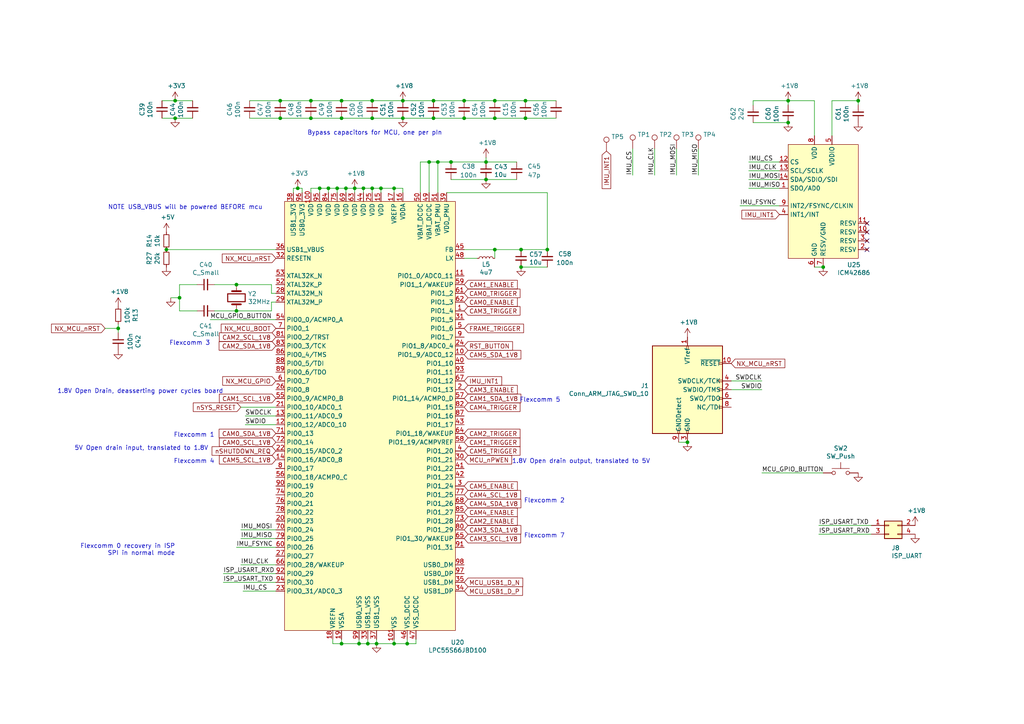
<source format=kicad_sch>
(kicad_sch (version 20200512) (host eeschema "5.99.0-unknown-c8476d6~101~ubuntu18.04.1")
  (page 1 6)
  (paper "A4")
  (lib_symbols
    (symbol "Connector:Conn_ARM_JTAG_SWD_10"
      (property "Reference" "J" (at -2.54 16.51 0))
      (property "Value" "Conn_ARM_JTAG_SWD_10" (at -2.54 13.97 0))
      (symbol "Conn_ARM_JTAG_SWD_10_0_1"
        (rectangle (start -10.16 12.7) (end 10.16 -12.7) (stroke (width 0.254)) (fill (type background)))
        (rectangle (start -2.794 -12.7) (end -2.286 -11.684))
        (rectangle (start -0.254 -12.7) (end 0.254 -11.684))
        (rectangle (start -0.254 12.7) (end 0.254 11.684))
        (rectangle (start 9.144 2.286) (end 10.16 2.794))
        (rectangle (start 10.16 -2.794) (end 9.144 -2.286))
        (rectangle (start 10.16 -0.254) (end 9.144 0.254))
        (rectangle (start 10.16 7.874) (end 9.144 7.366))
      )
      (symbol "Conn_ARM_JTAG_SWD_10_1_1"
        (rectangle (start 9.144 -5.334) (end 10.16 -4.826))
        (pin power_in line (at 0 15.24 270) (length 2.54) (name "VTref") (number "1"))
        (pin open_collector line (at 12.7 7.62 180) (length 2.54) (name "~RESET~") (number "10"))
        (pin bidirectional line (at 12.7 0 180) (length 2.54) (name "SWDIO/TMS") (number "2"))
        (pin power_in line (at 0 -15.24 90) (length 2.54) (name "GND") (number "3"))
        (pin output line (at 12.7 2.54 180) (length 2.54) (name "SWDCLK/TCK") (number "4"))
        (pin passive line (at 0 -15.24 90) (length 2.54) (name "GND") (number "5") hide)
        (pin input line (at 12.7 -2.54 180) (length 2.54) (name "SWO/TDO") (number "6"))
        (pin unconnected line (at -10.16 0 0) (length 2.54) (name "KEY") (number "7") hide)
        (pin output line (at 12.7 -5.08 180) (length 2.54) (name "NC/TDI") (number "8"))
        (pin passive line (at -2.54 -15.24 90) (length 2.54) (name "GNDDetect") (number "9"))
      )
    )
    (symbol "Connector:TestPoint" (pin_numbers hide) (pin_names (offset 0.762) hide)
      (property "Reference" "TP" (at 0 6.858 0))
      (property "Value" "TestPoint" (at 0 5.08 0))
      (symbol "TestPoint_0_1"
        (circle (center 0 3.302) (radius 0.762))
      )
      (symbol "TestPoint_1_1"
        (pin passive line (at 0 0 90) (length 2.54) (name "1") (number "1"))
      )
    )
    (symbol "Connector_Generic:Conn_02x02_Odd_Even" (pin_names hide)
      (property "Reference" "J" (at 1.27 2.54 0))
      (property "Value" "Conn_02x02_Odd_Even" (at 1.27 -5.08 0))
      (symbol "Conn_02x02_Odd_Even_1_1"
        (rectangle (start -1.27 -2.413) (end 0 -2.667))
        (rectangle (start -1.27 0.127) (end 0 -0.127))
        (rectangle (start -1.27 1.27) (end 3.81 -3.81) (stroke (width 0.254)) (fill (type background)))
        (rectangle (start 3.81 -2.413) (end 2.54 -2.667))
        (rectangle (start 3.81 0.127) (end 2.54 -0.127))
        (pin passive line (at -5.08 0 0) (length 3.81) (name "Pin_1") (number "1"))
        (pin passive line (at 7.62 0 180) (length 3.81) (name "Pin_2") (number "2"))
        (pin passive line (at -5.08 -2.54 0) (length 3.81) (name "Pin_3") (number "3"))
        (pin passive line (at 7.62 -2.54 180) (length 3.81) (name "Pin_4") (number "4"))
      )
    )
    (symbol "Device:C_Small" (pin_numbers hide) (pin_names (offset 0.254) hide)
      (property "Reference" "C" (at 0.254 1.778 0))
      (property "Value" "C_Small" (at 0.254 -2.032 0))
      (symbol "C_Small_0_1"
        (polyline (pts (xy -1.524 -0.508) (xy 1.524 -0.508)) (stroke (width 0.3302)))
        (polyline (pts (xy -1.524 0.508) (xy 1.524 0.508)) (stroke (width 0.3048)))
      )
      (symbol "C_Small_1_1"
        (pin passive line (at 0 2.54 270) (length 2.032) (name "~") (number "1"))
        (pin passive line (at 0 -2.54 90) (length 2.032) (name "~") (number "2"))
      )
    )
    (symbol "Device:C_Small_1" (pin_numbers hide) (pin_names (offset 0.254) hide)
      (property "Reference" "C" (at 0.254 1.778 0))
      (property "Value" "C_Small" (at 0.254 -2.032 0))
      (symbol "C_Small_1_0_1"
        (polyline (pts (xy -1.524 -0.508) (xy 1.524 -0.508)) (stroke (width 0.3302)))
        (polyline (pts (xy -1.524 0.508) (xy 1.524 0.508)) (stroke (width 0.3048)))
      )
      (symbol "C_Small_1_1_1"
        (pin passive line (at 0 2.54 270) (length 2.032) (name "~") (number "1"))
        (pin passive line (at 0 -2.54 90) (length 2.032) (name "~") (number "2"))
      )
    )
    (symbol "Device:C_Small_2" (pin_numbers hide) (pin_names (offset 0.254) hide)
      (property "Reference" "C" (at 0.254 1.778 0))
      (property "Value" "C_Small" (at 0.254 -2.032 0))
      (symbol "C_Small_2_0_1"
        (polyline (pts (xy -1.524 -0.508) (xy 1.524 -0.508)) (stroke (width 0.3302)))
        (polyline (pts (xy -1.524 0.508) (xy 1.524 0.508)) (stroke (width 0.3048)))
      )
      (symbol "C_Small_2_1_1"
        (pin passive line (at 0 2.54 270) (length 2.032) (name "~") (number "1"))
        (pin passive line (at 0 -2.54 90) (length 2.032) (name "~") (number "2"))
      )
    )
    (symbol "Device:C_Small_3" (pin_numbers hide) (pin_names (offset 0.254) hide)
      (property "Reference" "C" (at 0.254 1.778 0))
      (property "Value" "C_Small" (at 0.254 -2.032 0))
      (symbol "C_Small_3_0_1"
        (polyline (pts (xy -1.524 -0.508) (xy 1.524 -0.508)) (stroke (width 0.3302)))
        (polyline (pts (xy -1.524 0.508) (xy 1.524 0.508)) (stroke (width 0.3048)))
      )
      (symbol "C_Small_3_1_1"
        (pin passive line (at 0 2.54 270) (length 2.032) (name "~") (number "1"))
        (pin passive line (at 0 -2.54 90) (length 2.032) (name "~") (number "2"))
      )
    )
    (symbol "Device:C_Small_4" (pin_numbers hide) (pin_names (offset 0.254) hide)
      (property "Reference" "C" (at 0.254 1.778 0))
      (property "Value" "C_Small" (at 0.254 -2.032 0))
      (symbol "C_Small_4_0_1"
        (polyline (pts (xy -1.524 -0.508) (xy 1.524 -0.508)) (stroke (width 0.3302)))
        (polyline (pts (xy -1.524 0.508) (xy 1.524 0.508)) (stroke (width 0.3048)))
      )
      (symbol "C_Small_4_1_1"
        (pin passive line (at 0 2.54 270) (length 2.032) (name "~") (number "1"))
        (pin passive line (at 0 -2.54 90) (length 2.032) (name "~") (number "2"))
      )
    )
    (symbol "Device:C_Small_5" (pin_numbers hide) (pin_names (offset 0.254) hide)
      (property "Reference" "C" (at 0.254 1.778 0))
      (property "Value" "C_Small" (at 0.254 -2.032 0))
      (symbol "C_Small_5_0_1"
        (polyline (pts (xy -1.524 -0.508) (xy 1.524 -0.508)) (stroke (width 0.3302)))
        (polyline (pts (xy -1.524 0.508) (xy 1.524 0.508)) (stroke (width 0.3048)))
      )
      (symbol "C_Small_5_1_1"
        (pin passive line (at 0 2.54 270) (length 2.032) (name "~") (number "1"))
        (pin passive line (at 0 -2.54 90) (length 2.032) (name "~") (number "2"))
      )
    )
    (symbol "Device:C_Small_6" (pin_numbers hide) (pin_names (offset 0.254) hide)
      (property "Reference" "C" (at 0.254 1.778 0))
      (property "Value" "C_Small" (at 0.254 -2.032 0))
      (symbol "C_Small_6_0_1"
        (polyline (pts (xy -1.524 -0.508) (xy 1.524 -0.508)) (stroke (width 0.3302)))
        (polyline (pts (xy -1.524 0.508) (xy 1.524 0.508)) (stroke (width 0.3048)))
      )
      (symbol "C_Small_6_1_1"
        (pin passive line (at 0 2.54 270) (length 2.032) (name "~") (number "1"))
        (pin passive line (at 0 -2.54 90) (length 2.032) (name "~") (number "2"))
      )
    )
    (symbol "Device:Crystal" (pin_numbers hide) (pin_names hide)
      (property "Reference" "Y" (at 0 3.81 0))
      (property "Value" "Crystal" (at 0 -3.81 0))
      (symbol "Crystal_0_1"
        (rectangle (start -1.143 2.54) (end 1.143 -2.54) (stroke (width 0.3048)))
        (polyline (pts (xy -2.54 0) (xy -1.905 0)))
        (polyline (pts (xy -1.905 -1.27) (xy -1.905 1.27)) (stroke (width 0.508)))
        (polyline (pts (xy 1.905 -1.27) (xy 1.905 1.27)) (stroke (width 0.508)))
        (polyline (pts (xy 2.54 0) (xy 1.905 0)))
      )
      (symbol "Crystal_1_1"
        (pin passive line (at -3.81 0 0) (length 1.27) (name "1") (number "1"))
        (pin passive line (at 3.81 0 180) (length 1.27) (name "2") (number "2"))
      )
    )
    (symbol "Device:L_Small" (pin_numbers hide) (pin_names (offset 0.254) hide)
      (property "Reference" "L" (at 0.762 1.016 0))
      (property "Value" "L_Small" (at 0.762 -1.016 0))
      (symbol "L_Small_0_1"
        (arc (start 0 -2.032) (end 0 -1.016) (radius (at 0 -1.524) (length 0.508) (angles -89.9 89.9)))
        (arc (start 0 -1.016) (end 0 0) (radius (at 0 -0.508) (length 0.508) (angles -89.9 89.9)))
        (arc (start 0 0) (end 0 1.016) (radius (at 0 0.508) (length 0.508) (angles -89.9 89.9)))
        (arc (start 0 1.016) (end 0 2.032) (radius (at 0 1.524) (length 0.508) (angles -89.9 89.9)))
      )
      (symbol "L_Small_1_1"
        (pin passive line (at 0 2.54 270) (length 0.508) (name "~") (number "1"))
        (pin passive line (at 0 -2.54 90) (length 0.508) (name "~") (number "2"))
      )
    )
    (symbol "Device:R_Small_1" (pin_numbers hide) (pin_names (offset 0.254) hide)
      (property "Reference" "R" (at 0.762 0.508 0))
      (property "Value" "R_Small" (at 0.762 -1.016 0))
      (symbol "R_Small_1_0_1"
        (rectangle (start -0.762 1.778) (end 0.762 -1.778) (stroke (width 0.2032)))
      )
      (symbol "R_Small_1_1_1"
        (pin passive line (at 0 2.54 270) (length 0.762) (name "~") (number "1"))
        (pin passive line (at 0 -2.54 90) (length 0.762) (name "~") (number "2"))
      )
    )
    (symbol "Device:R_Small_2" (pin_numbers hide) (pin_names (offset 0.254) hide)
      (property "Reference" "R" (at 0.762 0.508 0))
      (property "Value" "R_Small" (at 0.762 -1.016 0))
      (symbol "R_Small_2_0_1"
        (rectangle (start -0.762 1.778) (end 0.762 -1.778) (stroke (width 0.2032)))
      )
      (symbol "R_Small_2_1_1"
        (pin passive line (at 0 2.54 270) (length 0.762) (name "~") (number "1"))
        (pin passive line (at 0 -2.54 90) (length 0.762) (name "~") (number "2"))
      )
    )
    (symbol "Device:R_Small_3" (pin_numbers hide) (pin_names (offset 0.254) hide)
      (property "Reference" "R" (at 0.762 0.508 0))
      (property "Value" "R_Small" (at 0.762 -1.016 0))
      (symbol "R_Small_3_0_1"
        (rectangle (start -0.762 1.778) (end 0.762 -1.778) (stroke (width 0.2032)))
      )
      (symbol "R_Small_3_1_1"
        (pin passive line (at 0 2.54 270) (length 0.762) (name "~") (number "1"))
        (pin passive line (at 0 -2.54 90) (length 0.762) (name "~") (number "2"))
      )
    )
    (symbol "IMU:ICM42686"
      (property "Reference" "U" (at 7.62 -20.32 0))
      (property "Value" "ICM42686" (at 7.62 -22.86 0))
      (symbol "ICM42686_0_1"
        (rectangle (start -10.16 15.24) (end 10.16 -17.78) (fill (type background)))
      )
      (symbol "ICM42686_1_1"
        (pin output line (at -12.7 2.54 0) (length 2.54) (name "SDO/AD0") (number "1"))
        (pin unconnected line (at 12.7 -10.16 180) (length 2.54) (name "RESV") (number "10"))
        (pin unconnected line (at 12.7 -7.62 180) (length 2.54) (name "RESV") (number "11"))
        (pin input line (at -12.7 10.16 0) (length 2.54) (name "CS") (number "12"))
        (pin input line (at -12.7 7.62 0) (length 2.54) (name "SCL/SCLK") (number "13"))
        (pin bidirectional line (at -12.7 5.08 0) (length 2.54) (name "SDA/SDIO/SDI") (number "14"))
        (pin unconnected line (at 12.7 -15.24 180) (length 2.54) (name "RESV") (number "2"))
        (pin unconnected line (at 12.7 -12.7 180) (length 2.54) (name "RESV") (number "3"))
        (pin output line (at -12.7 -5.08 0) (length 2.54) (name "INT1/INT") (number "4"))
        (pin power_in line (at 2.54 17.78 270) (length 2.54) (name "VDDIO") (number "5"))
        (pin power_in line (at -2.54 -20.32 90) (length 2.54) (name "GND") (number "6"))
        (pin input line (at 0 -20.32 90) (length 2.54) (name "RESV/GND") (number "7"))
        (pin power_in line (at -2.54 17.78 270) (length 2.54) (name "VDD") (number "8"))
        (pin bidirectional line (at -12.7 -2.54 0) (length 2.54) (name "INT2/FSYNC/CLKIN") (number "9"))
      )
    )
    (symbol "Switch:SW_Push" (pin_numbers hide) (pin_names hide)
      (property "Reference" "SW" (at 1.27 2.54 0))
      (property "Value" "SW_Push" (at 0 -1.524 0))
      (symbol "SW_Push_0_1"
        (circle (center -2.032 0) (radius 0.508))
        (circle (center 2.032 0) (radius 0.508))
        (polyline (pts (xy 0 1.27) (xy 0 3.048)))
        (polyline (pts (xy 2.54 1.27) (xy -2.54 1.27)))
        (pin passive line (at -5.08 0 0) (length 2.54) (name "1") (number "1"))
        (pin passive line (at 5.08 0 180) (length 2.54) (name "2") (number "2"))
      )
    )
    (symbol "mcu_nxp:LPC55S66JBD100_1"
      (property "Reference" "U" (at 27.94 -66.04 0))
      (property "Value" "LPC55S66JBD100" (at 27.94 -66.04 0))
      (symbol "LPC55S66JBD100_1_0_1"
        (rectangle (start -24.13 62.23) (end 25.4 -62.23) (fill (type background)))
      )
      (symbol "LPC55S66JBD100_1_1_1"
        (pin input line (at 27.94 30.48 180) (length 2.54) (name "PIO1_4") (number "1"))
        (pin input line (at 27.94 17.78 180) (length 2.54) (name "PIO1_9/ADC0_12") (number "10"))
        (pin power_in line (at -16.51 64.77 270) (length 2.54) (name "VDD") (number "100"))
        (pin power_in line (at 7.62 -64.77 90) (length 2.54) (name "VSS") (number "101"))
        (pin input line (at 27.94 40.64 180) (length 2.54) (name "PIO1_0/ADC0_11") (number "11"))
        (pin input line (at -26.67 -2.54 0) (length 2.54) (name "PIO0_12/ADC0_10") (number "12"))
        (pin input line (at -26.67 0 0) (length 2.54) (name "PIO0_11/ADC0_9") (number "13"))
        (pin input line (at -26.67 -12.7 0) (length 2.54) (name "PIO0_16/ADC0_8") (number "14"))
        (pin power_in line (at 3.81 64.77 270) (length 2.54) (name "VDD") (number "15"))
        (pin power_in line (at 10.16 64.77 270) (length 2.54) (name "VDDA") (number "16"))
        (pin power_in line (at 7.62 64.77 270) (length 2.54) (name "VREFP") (number "17"))
        (pin power_in line (at -10.16 -64.77 90) (length 2.54) (name "VREFN") (number "18"))
        (pin power_in line (at -7.62 -64.77 90) (length 2.54) (name "VSSA") (number "19"))
        (pin input line (at 27.94 7.62 180) (length 2.54) (name "PIO1_13") (number "2"))
        (pin input line (at -26.67 -30.48 0) (length 2.54) (name "PIO0_23") (number "20"))
        (pin input line (at -26.67 2.54 0) (length 2.54) (name "PIO0_10/ADC0_1") (number "21"))
        (pin input line (at -26.67 -10.16 0) (length 2.54) (name "PIO0_15/ADC0_2") (number "22"))
        (pin input line (at -26.67 -50.8 0) (length 2.54) (name "PIO0_31/ADC0_3") (number "23"))
        (pin input line (at 27.94 20.32 180) (length 2.54) (name "PIO1_8/ADC0_4") (number "24"))
        (pin power_in line (at 1.27 64.77 270) (length 2.54) (name "VDD") (number "25"))
        (pin input line (at -26.67 7.62 0) (length 2.54) (name "PIO0_8") (number "26"))
        (pin input line (at -26.67 -40.64 0) (length 2.54) (name "PIO0_27") (number "27"))
        (pin input line (at -26.67 35.56 0) (length 2.54) (name "XTAL32M_N") (number "28"))
        (pin input line (at -26.67 33.02 0) (length 2.54) (name "XTAL32M_P") (number "29"))
        (pin input line (at 27.94 -20.32 180) (length 2.54) (name "PIO1_24") (number "3"))
        (pin input line (at 27.94 -12.7 180) (length 2.54) (name "PIO1_21") (number "30"))
        (pin input line (at 27.94 27.94 180) (length 2.54) (name "PIO1_5") (number "31"))
        (pin input line (at -26.67 45.72 0) (length 2.54) (name "RESETN") (number "32"))
        (pin power_in line (at 0 -64.77 90) (length 2.54) (name "USB1_VSS") (number "33"))
        (pin input line (at 27.94 -50.8 180) (length 2.54) (name "USB1_DP") (number "34"))
        (pin input line (at 27.94 -48.26 180) (length 2.54) (name "USB1_DM") (number "35"))
        (pin input line (at -26.67 48.26 0) (length 2.54) (name "USB1_VBUS") (number "36"))
        (pin power_in line (at 2.54 -64.77 90) (length 2.54) (name "USB1_VSS") (number "37"))
        (pin power_in line (at -21.59 64.77 270) (length 2.54) (name "USB1_3V3") (number "38"))
        (pin power_in line (at 22.86 64.77 270) (length 2.54) (name "VDD_PMU") (number "39"))
        (pin input line (at 27.94 -10.16 180) (length 2.54) (name "PIO1_20") (number "4"))
        (pin input line (at 27.94 15.24 180) (length 2.54) (name "PIO1_10") (number "40"))
        (pin input line (at 27.94 -15.24 180) (length 2.54) (name "PIO1_22") (number "41"))
        (pin input line (at 27.94 -17.78 180) (length 2.54) (name "PIO1_23") (number "42"))
        (pin input line (at 27.94 -2.54 180) (length 2.54) (name "PIO1_17") (number "43"))
        (pin power_in line (at -1.27 64.77 270) (length 2.54) (name "VDD") (number "44"))
        (pin input line (at 27.94 48.26 180) (length 2.54) (name "FB") (number "45"))
        (pin power_in line (at 11.43 -64.77 90) (length 2.54) (name "VSS_DCDC") (number "46"))
        (pin power_in line (at 13.97 -64.77 90) (length 2.54) (name "VSS_DCDC") (number "47"))
        (pin input line (at 27.94 45.72 180) (length 2.54) (name "LX") (number "48"))
        (pin power_in line (at 17.78 64.77 270) (length 2.54) (name "VBAT_DCDC") (number "49"))
        (pin input line (at 27.94 25.4 180) (length 2.54) (name "PIO1_6") (number "5"))
        (pin power_in line (at 15.24 64.77 270) (length 2.54) (name "VBAT_DCDC") (number "50"))
        (pin power_in line (at 20.32 64.77 270) (length 2.54) (name "VBAT_PMU") (number "51"))
        (pin input line (at -26.67 38.1 0) (length 2.54) (name "XTAL32K_P") (number "52"))
        (pin input line (at -26.67 40.64 0) (length 2.54) (name "XTAL32K_N") (number "53"))
        (pin input line (at -26.67 27.94 0) (length 2.54) (name "PIO0_0/ACMP0_A") (number "54"))
        (pin input line (at -26.67 5.08 0) (length 2.54) (name "PIO0_9/ACMP0_B") (number "55"))
        (pin input line (at -26.67 -17.78 0) (length 2.54) (name "PIO0_18/ACMP0_C") (number "56"))
        (pin input line (at 27.94 5.08 180) (length 2.54) (name "PIO1_14/ACMP0_D") (number "57"))
        (pin input line (at 27.94 -7.62 180) (length 2.54) (name "PIO1_19/ACMPVREF") (number "58"))
        (pin input line (at 27.94 38.1 180) (length 2.54) (name "PIO1_1/WAKEUP") (number "59"))
        (pin input line (at -26.67 10.16 0) (length 2.54) (name "PIO0_7") (number "6"))
        (pin input line (at -26.67 -38.1 0) (length 2.54) (name "PIO0_26") (number "60"))
        (pin input line (at 27.94 35.56 180) (length 2.54) (name "PIO1_2") (number "61"))
        (pin input line (at 27.94 33.02 180) (length 2.54) (name "PIO1_3") (number "62"))
        (pin power_in line (at -3.81 64.77 270) (length 2.54) (name "VDD") (number "63"))
        (pin input line (at 27.94 -5.08 180) (length 2.54) (name "PIO1_18/WAKEUP") (number "64"))
        (pin input line (at 27.94 -35.56 180) (length 2.54) (name "PIO1_30/WAKEUP") (number "65"))
        (pin input line (at -26.67 -43.18 0) (length 2.54) (name "PIO0_28/WAKEUP") (number "66"))
        (pin input line (at 27.94 10.16 180) (length 2.54) (name "PIO1_12") (number "67"))
        (pin input line (at 27.94 -25.4 180) (length 2.54) (name "PIO1_26") (number "68"))
        (pin power_in line (at -6.35 64.77 270) (length 2.54) (name "VDD") (number "69"))
        (pin input line (at -26.67 25.4 0) (length 2.54) (name "PIO0_1") (number "7"))
        (pin input line (at -26.67 -33.02 0) (length 2.54) (name "PIO0_24") (number "70"))
        (pin input line (at -26.67 -5.08 0) (length 2.54) (name "PIO0_13") (number "71"))
        (pin input line (at -26.67 -7.62 0) (length 2.54) (name "PIO0_14") (number "72"))
        (pin input line (at 27.94 -30.48 180) (length 2.54) (name "PIO1_28") (number "73"))
        (pin input line (at -26.67 -22.86 0) (length 2.54) (name "PIO0_20") (number "74"))
        (pin power_in line (at -8.89 64.77 270) (length 2.54) (name "VDD") (number "75"))
        (pin input line (at -26.67 -25.4 0) (length 2.54) (name "PIO0_21") (number "76"))
        (pin input line (at 27.94 -22.86 180) (length 2.54) (name "PIO1_25") (number "77"))
        (pin input line (at -26.67 -27.94 0) (length 2.54) (name "PIO0_22") (number "78"))
        (pin input line (at -26.67 -35.56 0) (length 2.54) (name "PIO0_25") (number "79"))
        (pin input line (at -26.67 -15.24 0) (length 2.54) (name "PIO0_17") (number "8"))
        (pin input line (at 27.94 -33.02 180) (length 2.54) (name "PIO1_29") (number "80"))
        (pin input line (at -26.67 22.86 0) (length 2.54) (name "PIO0_2/TRST") (number "81"))
        (pin input line (at 27.94 2.54 180) (length 2.54) (name "PIO1_15") (number "82"))
        (pin input line (at -26.67 20.32 0) (length 2.54) (name "PIO0_3/TCK") (number "83"))
        (pin power_in line (at -11.43 64.77 270) (length 2.54) (name "VDD") (number "84"))
        (pin input line (at 27.94 -27.94 180) (length 2.54) (name "PIO1_27") (number "85"))
        (pin input line (at -26.67 17.78 0) (length 2.54) (name "PIO0_4/TMS") (number "86"))
        (pin input line (at 27.94 0 180) (length 2.54) (name "PIO1_16") (number "87"))
        (pin input line (at -26.67 15.24 0) (length 2.54) (name "PIO0_5/TDI") (number "88"))
        (pin input line (at -26.67 12.7 0) (length 2.54) (name "PIO0_6/TDO") (number "89"))
        (pin input line (at 27.94 22.86 180) (length 2.54) (name "PIO1_7") (number "9"))
        (pin input line (at -26.67 -20.32 0) (length 2.54) (name "PIO0_19") (number "90"))
        (pin input line (at 27.94 -38.1 180) (length 2.54) (name "PIO1_31") (number "91"))
        (pin input line (at -26.67 -45.72 0) (length 2.54) (name "PIO0_29") (number "92"))
        (pin input line (at 27.94 12.7 180) (length 2.54) (name "PIO1_11") (number "93"))
        (pin input line (at -26.67 -48.26 0) (length 2.54) (name "PIO0_30") (number "94"))
        (pin power_in line (at -13.97 64.77 270) (length 2.54) (name "VDD") (number "95"))
        (pin power_in line (at -19.05 64.77 270) (length 2.54) (name "USB0_3V3") (number "96"))
        (pin input line (at 27.94 -45.72 180) (length 2.54) (name "USB0_DP") (number "97"))
        (pin input line (at 27.94 -43.18 180) (length 2.54) (name "USB0_DM") (number "98"))
        (pin power_in line (at -2.54 -64.77 90) (length 2.54) (name "USB0_VSS") (number "99"))
      )
    )
    (symbol "power:+1V8" (power) (pin_names (offset 0))
      (property "Value" "+1V8" (at 0 3.556 0))
      (symbol "+1V8_0_1"
        (polyline (pts (xy -0.762 1.27) (xy 0 2.54)))
        (polyline (pts (xy 0 0) (xy 0 2.54)))
        (polyline (pts (xy 0 2.54) (xy 0.762 1.27)))
      )
      (symbol "+1V8_1_1"
        (pin power_in line (at 0 0 90) (length 0) (name "+1V8") (number "1") hide)
      )
    )
    (symbol "power:+3.3V" (power) (pin_names (offset 0))
      (property "Value" "+3.3V" (at 0 3.556 0))
      (symbol "+3.3V_0_1"
        (polyline (pts (xy -0.762 1.27) (xy 0 2.54)))
        (polyline (pts (xy 0 0) (xy 0 2.54)))
        (polyline (pts (xy 0 2.54) (xy 0.762 1.27)))
      )
      (symbol "+3.3V_1_1"
        (pin power_in line (at 0 0 90) (length 0) (name "+3V3") (number "1") hide)
      )
    )
    (symbol "power:+3V3" (power) (pin_names (offset 0))
      (property "Value" "+3V3" (at 0 3.556 0))
      (symbol "+3V3_0_1"
        (polyline (pts (xy -0.762 1.27) (xy 0 2.54)))
        (polyline (pts (xy 0 0) (xy 0 2.54)))
        (polyline (pts (xy 0 2.54) (xy 0.762 1.27)))
      )
      (symbol "+3V3_1_1"
        (pin power_in line (at 0 0 90) (length 0) (name "+3V3") (number "1") hide)
      )
    )
    (symbol "power:+5V" (power) (pin_names (offset 0))
      (property "Value" "+5V" (at 0 3.556 0))
      (symbol "+5V_0_1"
        (polyline (pts (xy -0.762 1.27) (xy 0 2.54)))
        (polyline (pts (xy 0 0) (xy 0 2.54)))
        (polyline (pts (xy 0 2.54) (xy 0.762 1.27)))
      )
      (symbol "+5V_1_1"
        (pin power_in line (at 0 0 90) (length 0) (name "+5V") (number "1") hide)
      )
    )
    (symbol "power:GND" (power) (pin_names (offset 0))
      (property "Value" "GND" (at 0 -3.81 0))
      (symbol "GND_0_1"
        (polyline (pts (xy 0 0) (xy 0 -1.27) (xy 1.27 -1.27) (xy 0 -2.54) (xy -1.27 -1.27) (xy 0 -1.27)))
      )
      (symbol "GND_1_1"
        (pin power_in line (at 0 0 270) (length 0) (name "GND") (number "1") hide)
      )
    )
  )
  (junction (at 34.29 95.25))
  (junction (at 48.26 72.39))
  (junction (at 50.8 29.21))
  (junction (at 50.8 34.29))
  (junction (at 52.07 86.36))
  (junction (at 68.58 82.55))
  (junction (at 68.58 90.17))
  (junction (at 81.28 29.21))
  (junction (at 81.28 34.29))
  (junction (at 86.36 54.61))
  (junction (at 90.17 29.21))
  (junction (at 90.17 34.29))
  (junction (at 92.71 54.61))
  (junction (at 95.25 54.61))
  (junction (at 97.79 54.61))
  (junction (at 99.06 29.21))
  (junction (at 99.06 34.29))
  (junction (at 99.06 186.69))
  (junction (at 100.33 54.61))
  (junction (at 102.87 54.61))
  (junction (at 104.14 186.69))
  (junction (at 105.41 54.61))
  (junction (at 106.68 186.69))
  (junction (at 107.95 29.21))
  (junction (at 107.95 34.29))
  (junction (at 107.95 54.61))
  (junction (at 109.22 186.69))
  (junction (at 110.49 54.61))
  (junction (at 114.3 54.61))
  (junction (at 114.3 186.69))
  (junction (at 116.84 29.21))
  (junction (at 116.84 34.29))
  (junction (at 118.11 186.69))
  (junction (at 124.46 46.99))
  (junction (at 125.73 29.21))
  (junction (at 125.73 34.29))
  (junction (at 127 46.99))
  (junction (at 130.81 46.99))
  (junction (at 134.62 29.21))
  (junction (at 134.62 34.29))
  (junction (at 140.97 46.99))
  (junction (at 140.97 52.07))
  (junction (at 143.51 29.21))
  (junction (at 143.51 34.29))
  (junction (at 143.51 72.39))
  (junction (at 151.13 72.39))
  (junction (at 151.13 77.47))
  (junction (at 152.4 29.21))
  (junction (at 152.4 34.29))
  (junction (at 158.75 72.39))
  (junction (at 199.39 128.27))
  (junction (at 228.6 29.21))
  (junction (at 228.6 35.56))
  (junction (at 238.76 77.47))
  (junction (at 248.92 29.21))
  (no_connect (at 251.46 64.77))
  (no_connect (at 251.46 67.31))
  (no_connect (at 251.46 69.85))
  (no_connect (at 251.46 72.39))
  (wire (pts (xy 30.48 95.25) (xy 34.29 95.25)))
  (wire (pts (xy 34.29 95.25) (xy 34.29 93.98)))
  (wire (pts (xy 34.29 95.25) (xy 34.29 96.52)))
  (wire (pts (xy 46.99 29.21) (xy 50.8 29.21)))
  (wire (pts (xy 46.99 34.29) (xy 50.8 34.29)))
  (wire (pts (xy 48.26 72.39) (xy 80.01 72.39)))
  (wire (pts (xy 49.53 86.36) (xy 52.07 86.36)))
  (wire (pts (xy 50.8 29.21) (xy 55.88 29.21)))
  (wire (pts (xy 50.8 34.29) (xy 55.88 34.29)))
  (wire (pts (xy 52.07 82.55) (xy 52.07 86.36)))
  (wire (pts (xy 52.07 82.55) (xy 57.15 82.55)))
  (wire (pts (xy 52.07 86.36) (xy 52.07 90.17)))
  (wire (pts (xy 52.07 90.17) (xy 57.15 90.17)))
  (wire (pts (xy 60.96 92.71) (xy 80.01 92.71)))
  (wire (pts (xy 62.23 82.55) (xy 68.58 82.55)))
  (wire (pts (xy 62.23 90.17) (xy 68.58 90.17)))
  (wire (pts (xy 64.77 166.37) (xy 80.01 166.37)))
  (wire (pts (xy 64.77 168.91) (xy 80.01 168.91)))
  (wire (pts (xy 68.58 90.17) (xy 78.74 90.17)))
  (wire (pts (xy 68.58 158.75) (xy 80.01 158.75)))
  (wire (pts (xy 69.85 118.11) (xy 80.01 118.11)))
  (wire (pts (xy 69.85 153.67) (xy 80.01 153.67)))
  (wire (pts (xy 69.85 156.21) (xy 80.01 156.21)))
  (wire (pts (xy 69.85 163.83) (xy 80.01 163.83)))
  (wire (pts (xy 70.485 171.45) (xy 80.01 171.45)))
  (wire (pts (xy 71.12 120.65) (xy 80.01 120.65)))
  (wire (pts (xy 71.12 123.19) (xy 80.01 123.19)))
  (wire (pts (xy 72.39 29.21) (xy 81.28 29.21)))
  (wire (pts (xy 72.39 34.29) (xy 81.28 34.29)))
  (wire (pts (xy 78.74 82.55) (xy 68.58 82.55)))
  (wire (pts (xy 78.74 85.09) (xy 78.74 82.55)))
  (wire (pts (xy 78.74 87.63) (xy 78.74 90.17)))
  (wire (pts (xy 80.01 85.09) (xy 78.74 85.09)))
  (wire (pts (xy 80.01 87.63) (xy 78.74 87.63)))
  (wire (pts (xy 81.28 29.21) (xy 90.17 29.21)))
  (wire (pts (xy 81.28 34.29) (xy 90.17 34.29)))
  (wire (pts (xy 85.09 54.61) (xy 86.36 54.61)))
  (wire (pts (xy 85.09 55.88) (xy 85.09 54.61)))
  (wire (pts (xy 86.36 54.61) (xy 87.63 54.61)))
  (wire (pts (xy 87.63 55.88) (xy 87.63 54.61)))
  (wire (pts (xy 90.17 29.21) (xy 99.06 29.21)))
  (wire (pts (xy 90.17 34.29) (xy 99.06 34.29)))
  (wire (pts (xy 90.17 54.61) (xy 90.17 55.88)))
  (wire (pts (xy 90.17 54.61) (xy 92.71 54.61)))
  (wire (pts (xy 92.71 54.61) (xy 92.71 55.88)))
  (wire (pts (xy 92.71 54.61) (xy 95.25 54.61)))
  (wire (pts (xy 95.25 54.61) (xy 95.25 55.88)))
  (wire (pts (xy 95.25 54.61) (xy 97.79 54.61)))
  (wire (pts (xy 96.52 185.42) (xy 96.52 186.69)))
  (wire (pts (xy 96.52 186.69) (xy 99.06 186.69)))
  (wire (pts (xy 97.79 54.61) (xy 97.79 55.88)))
  (wire (pts (xy 97.79 54.61) (xy 100.33 54.61)))
  (wire (pts (xy 99.06 29.21) (xy 107.95 29.21)))
  (wire (pts (xy 99.06 34.29) (xy 107.95 34.29)))
  (wire (pts (xy 99.06 185.42) (xy 99.06 186.69)))
  (wire (pts (xy 100.33 54.61) (xy 100.33 55.88)))
  (wire (pts (xy 102.87 54.61) (xy 100.33 54.61)))
  (wire (pts (xy 102.87 55.88) (xy 102.87 54.61)))
  (wire (pts (xy 104.14 185.42) (xy 104.14 186.69)))
  (wire (pts (xy 104.14 186.69) (xy 99.06 186.69)))
  (wire (pts (xy 104.14 186.69) (xy 106.68 186.69)))
  (wire (pts (xy 105.41 54.61) (xy 102.87 54.61)))
  (wire (pts (xy 105.41 54.61) (xy 107.95 54.61)))
  (wire (pts (xy 105.41 55.88) (xy 105.41 54.61)))
  (wire (pts (xy 106.68 185.42) (xy 106.68 186.69)))
  (wire (pts (xy 106.68 186.69) (xy 109.22 186.69)))
  (wire (pts (xy 107.95 29.21) (xy 116.84 29.21)))
  (wire (pts (xy 107.95 34.29) (xy 116.84 34.29)))
  (wire (pts (xy 107.95 54.61) (xy 107.95 55.88)))
  (wire (pts (xy 109.22 185.42) (xy 109.22 186.69)))
  (wire (pts (xy 109.22 186.69) (xy 114.3 186.69)))
  (wire (pts (xy 110.49 54.61) (xy 107.95 54.61)))
  (wire (pts (xy 110.49 54.61) (xy 114.3 54.61)))
  (wire (pts (xy 110.49 55.88) (xy 110.49 54.61)))
  (wire (pts (xy 114.3 54.61) (xy 114.3 55.88)))
  (wire (pts (xy 114.3 54.61) (xy 116.84 54.61)))
  (wire (pts (xy 114.3 185.42) (xy 114.3 186.69)))
  (wire (pts (xy 114.3 186.69) (xy 118.11 186.69)))
  (wire (pts (xy 116.84 29.21) (xy 125.73 29.21)))
  (wire (pts (xy 116.84 34.29) (xy 125.73 34.29)))
  (wire (pts (xy 116.84 54.61) (xy 116.84 55.88)))
  (wire (pts (xy 118.11 185.42) (xy 118.11 186.69)))
  (wire (pts (xy 118.11 186.69) (xy 120.65 186.69)))
  (wire (pts (xy 120.65 186.69) (xy 120.65 185.42)))
  (wire (pts (xy 121.92 46.99) (xy 124.46 46.99)))
  (wire (pts (xy 121.92 55.88) (xy 121.92 46.99)))
  (wire (pts (xy 124.46 46.99) (xy 124.46 55.88)))
  (wire (pts (xy 124.46 46.99) (xy 127 46.99)))
  (wire (pts (xy 125.73 29.21) (xy 134.62 29.21)))
  (wire (pts (xy 125.73 34.29) (xy 134.62 34.29)))
  (wire (pts (xy 127 46.99) (xy 127 55.88)))
  (wire (pts (xy 127 46.99) (xy 130.81 46.99)))
  (wire (pts (xy 129.54 55.88) (xy 158.75 55.88)))
  (wire (pts (xy 130.81 46.99) (xy 140.97 46.99)))
  (wire (pts (xy 130.81 52.07) (xy 140.97 52.07)))
  (wire (pts (xy 134.62 29.21) (xy 143.51 29.21)))
  (wire (pts (xy 134.62 34.29) (xy 143.51 34.29)))
  (wire (pts (xy 134.62 72.39) (xy 143.51 72.39)))
  (wire (pts (xy 134.62 74.93) (xy 138.43 74.93)))
  (wire (pts (xy 140.97 45.72) (xy 140.97 46.99)))
  (wire (pts (xy 140.97 46.99) (xy 149.86 46.99)))
  (wire (pts (xy 140.97 52.07) (xy 149.86 52.07)))
  (wire (pts (xy 143.51 29.21) (xy 152.4 29.21)))
  (wire (pts (xy 143.51 34.29) (xy 152.4 34.29)))
  (wire (pts (xy 143.51 72.39) (xy 143.51 74.93)))
  (wire (pts (xy 143.51 72.39) (xy 151.13 72.39)))
  (wire (pts (xy 151.13 72.39) (xy 158.75 72.39)))
  (wire (pts (xy 151.13 77.47) (xy 158.75 77.47)))
  (wire (pts (xy 152.4 29.21) (xy 161.29 29.21)))
  (wire (pts (xy 152.4 34.29) (xy 161.29 34.29)))
  (wire (pts (xy 158.75 55.88) (xy 158.75 72.39)))
  (wire (pts (xy 183.515 43.18) (xy 183.515 50.8)))
  (wire (pts (xy 189.865 43.18) (xy 189.865 50.8)))
  (wire (pts (xy 196.215 43.18) (xy 196.215 50.8)))
  (wire (pts (xy 196.85 128.27) (xy 199.39 128.27)))
  (wire (pts (xy 202.565 43.18) (xy 202.565 50.8)))
  (wire (pts (xy 212.09 110.49) (xy 220.98 110.49)))
  (wire (pts (xy 212.09 113.03) (xy 220.98 113.03)))
  (wire (pts (xy 214.63 59.69) (xy 226.06 59.69)))
  (wire (pts (xy 217.17 46.99) (xy 226.06 46.99)))
  (wire (pts (xy 217.17 49.53) (xy 226.06 49.53)))
  (wire (pts (xy 217.17 52.07) (xy 226.06 52.07)))
  (wire (pts (xy 217.17 54.61) (xy 226.06 54.61)))
  (wire (pts (xy 218.44 29.21) (xy 218.44 30.48)))
  (wire (pts (xy 218.44 29.21) (xy 228.6 29.21)))
  (wire (pts (xy 218.44 35.56) (xy 228.6 35.56)))
  (wire (pts (xy 220.98 137.16) (xy 238.76 137.16)))
  (wire (pts (xy 228.6 29.21) (xy 228.6 30.48)))
  (wire (pts (xy 228.6 29.21) (xy 236.22 29.21)))
  (wire (pts (xy 236.22 29.21) (xy 236.22 39.37)))
  (wire (pts (xy 236.22 77.47) (xy 238.76 77.47)))
  (wire (pts (xy 237.49 152.4) (xy 252.73 152.4)))
  (wire (pts (xy 237.49 154.94) (xy 252.73 154.94)))
  (wire (pts (xy 241.3 29.21) (xy 248.92 29.21)))
  (wire (pts (xy 241.3 39.37) (xy 241.3 29.21)))
  (wire (pts (xy 248.92 29.21) (xy 248.92 30.48)))
  (text "5V Open drain input, translated to 1.8V" (at 21.59 130.81 0) (effects (font (size 1.27 1.27)) (justify left bottom)))
  (text "Flexcomm 0 recovery in ISP\nSPI in normal mode" (at 50.8 161.29 180) (effects (font (size 1.27 1.27)) (justify right bottom)))
  (text "Flexcomm 3" (at 60.96 100.33 180) (effects (font (size 1.27 1.27)) (justify right bottom)))
  (text "Flexcomm 1" (at 62.23 127 180) (effects (font (size 1.27 1.27)) (justify right bottom)))
  (text "Flexcomm 4" (at 62.23 134.62 180) (effects (font (size 1.27 1.27)) (justify right bottom)))
  (text "1.8V Open Drain, deasserting power cycles board" (at 64.77 114.3 180) (effects (font (size 1.27 1.27)) (justify right bottom)))
  (text "NOTE USB_VBUS will be powered BEFORE mcu" (at 76.2 60.96 180) (effects (font (size 1.27 1.27)) (justify right bottom)))
  (text "Bypass capacitors for MCU, one per pIn" (at 128.27 39.37 180) (effects (font (size 1.27 1.27)) (justify right bottom)))
  (text "Flexcomm 5" (at 162.56 116.84 180) (effects (font (size 1.27 1.27)) (justify right bottom)))
  (text "Flexcomm 2" (at 163.83 146.05 180) (effects (font (size 1.27 1.27)) (justify right bottom)))
  (text "Flexcomm 7" (at 163.83 156.21 180) (effects (font (size 1.27 1.27)) (justify right bottom)))
  (text "1.8V Open drain output, translated to 5V" (at 188.595 134.62 180) (effects (font (size 1.27 1.27)) (justify right bottom)))
  (label "MCU_GPIO_BUTTON" (at 60.96 92.71 0))
  (label "ISP_USART_RXD" (at 64.77 166.37 0))
  (label "ISP_USART_TXD" (at 64.77 168.91 0))
  (label "IMU_FSYNC" (at 68.58 158.75 0))
  (label "IMU_MOSI" (at 69.85 153.67 0))
  (label "IMU_MISO" (at 69.85 156.21 0))
  (label "IMU_CLK" (at 69.85 163.83 0))
  (label "IMU_CS" (at 70.485 171.45 0))
  (label "SWDCLK" (at 71.12 120.65 0))
  (label "SWDIO" (at 71.12 123.19 0))
  (label "IMU_CS" (at 183.515 50.8 90))
  (label "IMU_CLK" (at 189.865 50.8 90))
  (label "IMU_MOSI" (at 196.215 50.8 90))
  (label "IMU_MISO" (at 202.565 50.8 90))
  (label "IMU_FSYNC" (at 214.63 59.69 0))
  (label "IMU_CS" (at 217.17 46.99 0))
  (label "IMU_CLK" (at 217.17 49.53 0))
  (label "IMU_MOSI" (at 217.17 52.07 0))
  (label "IMU_MISO" (at 217.17 54.61 0))
  (label "SWDCLK" (at 220.98 110.49 180))
  (label "SWDIO" (at 220.98 113.03 180))
  (label "MCU_GPIO_BUTTON" (at 220.98 137.16 0))
  (label "ISP_USART_TXD" (at 237.49 152.4 0))
  (label "ISP_USART_RXD" (at 237.49 154.94 0))
  (global_label "NX_MCU_nRST" (shape input) (at 30.48 95.25 180))
  (global_label "nSYS_RESET" (shape input) (at 69.85 118.11 180))
  (global_label "NX_MCU_nRST" (shape input) (at 80.01 74.93 180))
  (global_label "NX_MCU_BOOT" (shape input) (at 80.01 95.25 180))
  (global_label "CAM2_SCL_1V8" (shape input) (at 80.01 97.79 180))
  (global_label "CAM2_SDA_1V8" (shape input) (at 80.01 100.33 180))
  (global_label "NX_MCU_GPIO" (shape input) (at 80.01 110.49 180))
  (global_label "CAM1_SCL_1V8" (shape input) (at 80.01 115.57 180))
  (global_label "CAM0_SDA_1V8" (shape input) (at 80.01 125.73 180))
  (global_label "CAM0_SCL_1V8" (shape input) (at 80.01 128.27 180))
  (global_label "nSHUTDOWN_REQ" (shape input) (at 80.01 130.81 180))
  (global_label "CAM5_SCL_1V8" (shape input) (at 80.01 133.35 180))
  (global_label "CAM1_ENABLE" (shape input) (at 134.62 82.55 0))
  (global_label "CAM0_TRIGGER" (shape input) (at 134.62 85.09 0))
  (global_label "CAM0_ENABLE" (shape input) (at 134.62 87.63 0))
  (global_label "CAM3_TRIGGER" (shape input) (at 134.62 90.17 0))
  (global_label "FRAME_TRIGGER" (shape input) (at 134.62 95.25 0))
  (global_label "RST_BUTTON" (shape input) (at 134.62 100.33 0))
  (global_label "CAM5_SDA_1V8" (shape input) (at 134.62 102.87 0))
  (global_label "IMU_INT1" (shape input) (at 134.62 110.49 0))
  (global_label "CAM3_ENABLE" (shape input) (at 134.62 113.03 0))
  (global_label "CAM1_SDA_1V8" (shape input) (at 134.62 115.57 0))
  (global_label "CAM4_TRIGGER" (shape input) (at 134.62 118.11 0))
  (global_label "CAM2_TRIGGER" (shape input) (at 134.62 125.73 0))
  (global_label "CAM1_TRIGGER" (shape input) (at 134.62 128.27 0))
  (global_label "CAM5_TRIGGER" (shape input) (at 134.62 130.81 0))
  (global_label "MCU_nPWEN" (shape input) (at 134.62 133.35 0))
  (global_label "CAM5_ENABLE" (shape input) (at 134.62 140.97 0))
  (global_label "CAM4_SCL_1V8" (shape input) (at 134.62 143.51 0))
  (global_label "CAM4_SDA_1V8" (shape input) (at 134.62 146.05 0))
  (global_label "CAM4_ENABLE" (shape input) (at 134.62 148.59 0))
  (global_label "CAM2_ENABLE" (shape input) (at 134.62 151.13 0))
  (global_label "CAM3_SDA_1V8" (shape input) (at 134.62 153.67 0))
  (global_label "CAM3_SCL_1V8" (shape input) (at 134.62 156.21 0))
  (global_label "MCU_USB1_D_N" (shape input) (at 134.62 168.91 0))
  (global_label "MCU_USB1_D_P" (shape input) (at 134.62 171.45 0))
  (global_label "IMU_INT1" (shape input) (at 175.895 43.815 270))
  (global_label "NX_MCU_nRST" (shape input) (at 212.09 105.41 0))
  (global_label "IMU_INT1" (shape input) (at 226.06 62.23 180))
  (symbol (lib_id "Device:L_Small") (at 140.97 74.93 90) (unit 1)
    (property "Reference" "L5" (at 140.97 76.6888 90))
    (property "Value" "4u7" (at 140.97 78.987 90))
    (property "Footprint" "Inductor_SMD:L_0603_1608Metric" (effects hide))
  )
  (symbol (lib_id "Connector:TestPoint") (at 175.895 43.815 0) (unit 1)
    (property "Reference" "TP5" (at 177.2921 39.6748 0) (effects (justify left)))
    (property "Value" "TestPoint" (effects hide))
    (property "Footprint" "TestPoint:TestPoint_Pad_D1.0mm" (effects hide))
  )
  (symbol (lib_id "Connector:TestPoint") (at 183.515 43.18 0) (unit 1)
    (property "Reference" "TP1" (at 184.9121 39.0398 0) (effects (justify left)))
    (property "Value" "TestPoint" (effects hide))
    (property "Footprint" "TestPoint:TestPoint_Pad_D1.0mm" (effects hide))
  )
  (symbol (lib_id "Connector:TestPoint") (at 189.865 43.18 0) (unit 1)
    (property "Reference" "TP2" (at 191.2621 39.0398 0) (effects (justify left)))
    (property "Value" "TestPoint" (effects hide))
    (property "Footprint" "TestPoint:TestPoint_Pad_D1.0mm" (effects hide))
  )
  (symbol (lib_id "Connector:TestPoint") (at 196.215 43.18 0) (unit 1)
    (property "Reference" "TP3" (at 197.6121 39.0398 0) (effects (justify left)))
    (property "Value" "TestPoint" (effects hide))
    (property "Footprint" "TestPoint:TestPoint_Pad_D1.0mm" (effects hide))
  )
  (symbol (lib_id "Connector:TestPoint") (at 202.565 43.18 0) (unit 1)
    (property "Reference" "TP4" (at 203.9621 39.0398 0) (effects (justify left)))
    (property "Value" "TestPoint" (effects hide))
    (property "Footprint" "TestPoint:TestPoint_Pad_D1.0mm" (effects hide))
  )
  (symbol (lib_id "power:+1V8") (at 34.29 88.9 0) (unit 1)
    (property "Reference" "#PWR0211" (effects hide))
    (property "Value" "+1V8" (at 34.6583 84.5756 0))
  )
  (symbol (lib_id "power:+5V") (at 48.26 67.31 0) (unit 1)
    (property "Reference" "#PWR0209" (effects hide))
    (property "Value" "+5V" (at 48.6283 62.9856 0))
  )
  (symbol (lib_id "power:+3.3V") (at 50.8 29.21 0) (unit 1)
    (property "Reference" "#PWR0188" (effects hide))
    (property "Value" "+3.3V" (at 51.181 24.892 0))
  )
  (symbol (lib_id "power:+3V3") (at 86.36 54.61 0) (unit 1)
    (property "Reference" "#PWR0214" (effects hide))
    (property "Value" "+3V3" (at 86.741 50.292 0))
  )
  (symbol (lib_id "power:+1V8") (at 102.87 54.61 0) (unit 1)
    (property "Reference" "#PWR0213" (effects hide))
    (property "Value" "+1V8" (at 103.251 50.292 0))
  )
  (symbol (lib_id "power:+1V8") (at 116.84 29.21 0) (unit 1)
    (property "Reference" "#PWR0208" (effects hide))
    (property "Value" "+1V8" (at 117.2083 24.8856 0))
  )
  (symbol (lib_id "power:+1V8") (at 140.97 45.72 0) (unit 1)
    (property "Reference" "#PWR0219" (effects hide))
    (property "Value" "+1V8" (at 141.351 41.402 0))
  )
  (symbol (lib_id "power:+1V8") (at 199.39 97.79 0) (unit 1)
    (property "Reference" "#PWR0217" (effects hide))
    (property "Value" "+1V8" (at 199.771 93.472 0))
  )
  (symbol (lib_id "power:+1V8") (at 228.6 29.21 0) (unit 1)
    (property "Reference" "#PWR0234" (effects hide))
    (property "Value" "+1V8" (at 228.981 24.892 0))
  )
  (symbol (lib_id "power:+1V8") (at 248.92 29.21 0) (unit 1)
    (property "Reference" "#PWR0194" (effects hide))
    (property "Value" "+1V8" (at 249.301 24.892 0))
  )
  (symbol (lib_id "power:+1V8") (at 265.43 152.4 0) (unit 1)
    (property "Reference" "#PWR0237" (effects hide))
    (property "Value" "+1V8" (at 265.811 148.082 0))
  )
  (symbol (lib_id "power:GND") (at 34.29 101.6 0) (unit 1)
    (property "Reference" "#PWR0215" (effects hide))
    (property "Value" "GND" (effects hide))
  )
  (symbol (lib_id "power:GND") (at 48.26 77.47 0) (unit 1)
    (property "Reference" "#PWR0190" (effects hide))
    (property "Value" "GND" (effects hide))
  )
  (symbol (lib_id "power:GND") (at 49.53 86.36 0) (unit 1)
    (property "Reference" "#PWR0212" (effects hide))
    (property "Value" "GND" (effects hide))
  )
  (symbol (lib_id "power:GND") (at 50.8 34.29 0) (unit 1)
    (property "Reference" "#PWR0210" (effects hide))
    (property "Value" "GND" (effects hide))
  )
  (symbol (lib_id "power:GND") (at 109.22 186.69 0) (unit 1)
    (property "Reference" "#PWR0207" (effects hide))
    (property "Value" "GND" (effects hide))
  )
  (symbol (lib_id "power:GND") (at 116.84 34.29 0) (unit 1)
    (property "Reference" "#PWR0187" (effects hide))
    (property "Value" "GND" (effects hide))
  )
  (symbol (lib_id "power:GND") (at 140.97 52.07 0) (unit 1)
    (property "Reference" "#PWR0220" (effects hide))
    (property "Value" "GND" (effects hide))
  )
  (symbol (lib_id "power:GND") (at 151.13 77.47 0) (unit 1)
    (property "Reference" "#PWR0216" (effects hide))
    (property "Value" "GND" (effects hide))
  )
  (symbol (lib_id "power:GND") (at 199.39 128.27 0) (unit 1)
    (property "Reference" "#PWR0218" (effects hide))
    (property "Value" "GND" (effects hide))
  )
  (symbol (lib_id "power:GND") (at 228.6 35.56 0) (unit 1)
    (property "Reference" "#PWR0195" (effects hide))
    (property "Value" "GND" (effects hide))
  )
  (symbol (lib_id "power:GND") (at 238.76 77.47 0) (unit 1)
    (property "Reference" "#PWR0199" (effects hide))
    (property "Value" "GND" (effects hide))
  )
  (symbol (lib_id "power:GND") (at 248.92 35.56 0) (unit 1)
    (property "Reference" "#PWR0197" (effects hide))
    (property "Value" "GND" (effects hide))
  )
  (symbol (lib_id "power:GND") (at 248.92 137.16 0) (unit 1)
    (property "Reference" "#PWR0135" (effects hide))
    (property "Value" "GND" (effects hide))
  )
  (symbol (lib_id "power:GND") (at 265.43 154.94 0) (unit 1)
    (property "Reference" "#PWR0133" (effects hide))
    (property "Value" "GND" (effects hide))
  )
  (symbol (lib_name "Device:R_Small_3") (lib_id "Device:R_Small") (at 34.29 91.44 180) (unit 1)
    (property "Reference" "R13" (at 39.243 91.44 90))
    (property "Value" "100k" (at 36.9316 91.44 90))
    (property "Footprint" "Resistor_SMD:R_0402_1005Metric" (effects hide))
  )
  (symbol (lib_name "Device:R_Small_1") (lib_id "Device:R_Small") (at 48.26 69.85 0) (unit 1)
    (property "Reference" "R14" (at 43.307 69.85 90))
    (property "Value" "10k" (at 45.618 69.85 90))
    (property "Footprint" "Resistor_SMD:R_0402_1005Metric" (effects hide))
  )
  (symbol (lib_name "Device:R_Small_2") (lib_id "Device:R_Small") (at 48.26 74.93 0) (unit 1)
    (property "Reference" "R27" (at 43.307 74.93 90))
    (property "Value" "20k" (at 45.618 74.93 90))
    (property "Footprint" "Resistor_SMD:R_0402_1005Metric" (effects hide))
  )
  (symbol (lib_id "Device:C_Small") (at 34.29 99.06 0) (unit 1)
    (property "Reference" "C42" (at 40.0558 99.06 90))
    (property "Value" "100n" (at 37.7698 99.06 90))
    (property "Footprint" "Capacitor_SMD:C_0402_1005Metric" (effects hide))
  )
  (symbol (lib_id "Device:C_Small") (at 46.99 31.75 180) (unit 1)
    (property "Reference" "C39" (at 41.2242 31.75 90))
    (property "Value" "100n" (at 43.5102 31.75 90))
    (property "Footprint" "Capacitor_SMD:C_0402_1005Metric" (effects hide))
  )
  (symbol (lib_id "Device:C_Small") (at 55.88 31.75 180) (unit 1)
    (property "Reference" "C44" (at 50.1142 31.75 90))
    (property "Value" "100n" (at 52.4002 31.75 90))
    (property "Footprint" "Capacitor_SMD:C_0402_1005Metric" (effects hide))
  )
  (symbol (lib_id "Device:C_Small") (at 59.69 82.55 90) (unit 1)
    (property "Reference" "C40" (at 59.69 76.7842 90))
    (property "Value" "C_Small" (at 59.69 79.0702 90))
    (property "Footprint" "Capacitor_SMD:C_0402_1005Metric" (effects hide))
  )
  (symbol (lib_id "Device:C_Small") (at 59.69 90.17 90) (unit 1)
    (property "Reference" "C41" (at 59.69 94.5642 90))
    (property "Value" "C_Small" (at 59.69 96.8502 90))
    (property "Footprint" "Capacitor_SMD:C_0402_1005Metric" (effects hide))
  )
  (symbol (lib_id "Device:C_Small") (at 72.39 31.75 180) (unit 1)
    (property "Reference" "C46" (at 66.6242 31.75 90))
    (property "Value" "100n" (at 68.9102 31.75 90))
    (property "Footprint" "Capacitor_SMD:C_0402_1005Metric" (effects hide))
  )
  (symbol (lib_id "Device:C_Small") (at 81.28 31.75 180) (unit 1)
    (property "Reference" "C47" (at 75.5142 31.75 90))
    (property "Value" "100n" (at 77.8002 31.75 90))
    (property "Footprint" "Capacitor_SMD:C_0402_1005Metric" (effects hide))
  )
  (symbol (lib_id "Device:C_Small") (at 90.17 31.75 180) (unit 1)
    (property "Reference" "C48" (at 84.4042 31.75 90))
    (property "Value" "100n" (at 86.6902 31.75 90))
    (property "Footprint" "Capacitor_SMD:C_0402_1005Metric" (effects hide))
  )
  (symbol (lib_id "Device:C_Small") (at 99.06 31.75 180) (unit 1)
    (property "Reference" "C49" (at 93.2942 31.75 90))
    (property "Value" "100n" (at 95.5802 31.75 90))
    (property "Footprint" "Capacitor_SMD:C_0402_1005Metric" (effects hide))
  )
  (symbol (lib_id "Device:C_Small") (at 107.95 31.75 180) (unit 1)
    (property "Reference" "C50" (at 102.1842 31.75 90))
    (property "Value" "100n" (at 104.4702 31.75 90))
    (property "Footprint" "Capacitor_SMD:C_0402_1005Metric" (effects hide))
  )
  (symbol (lib_id "Device:C_Small") (at 116.84 31.75 180) (unit 1)
    (property "Reference" "C51" (at 111.0742 31.75 90))
    (property "Value" "100n" (at 113.3602 31.75 90))
    (property "Footprint" "Capacitor_SMD:C_0402_1005Metric" (effects hide))
  )
  (symbol (lib_id "Device:C_Small") (at 125.73 31.75 180) (unit 1)
    (property "Reference" "C52" (at 119.9642 31.75 90))
    (property "Value" "100n" (at 122.2502 31.75 90))
    (property "Footprint" "Capacitor_SMD:C_0402_1005Metric" (effects hide))
  )
  (symbol (lib_name "Device:C_Small_4") (lib_id "Device:C_Small") (at 130.81 49.53 180) (unit 1)
    (property "Reference" "C38" (at 135.89 48.26 0))
    (property "Value" "100n" (at 135.89 50.8 0))
    (property "Footprint" "Capacitor_SMD:C_0402_1005Metric" (effects hide))
  )
  (symbol (lib_id "Device:C_Small") (at 134.62 31.75 180) (unit 1)
    (property "Reference" "C53" (at 128.8542 31.75 90))
    (property "Value" "100n" (at 131.1402 31.75 90))
    (property "Footprint" "Capacitor_SMD:C_0402_1005Metric" (effects hide))
  )
  (symbol (lib_name "Device:C_Small_3") (lib_id "Device:C_Small") (at 140.97 49.53 0) (unit 1)
    (property "Reference" "C43" (at 143.3068 48.387 0) (effects (justify left)))
    (property "Value" "10u" (at 143.307 50.673 0) (effects (justify left)))
    (property "Footprint" "Capacitor_SMD:C_0603_1608Metric" (effects hide))
  )
  (symbol (lib_id "Device:C_Small") (at 143.51 31.75 180) (unit 1)
    (property "Reference" "C54" (at 137.7442 31.75 90))
    (property "Value" "100n" (at 140.0302 31.75 90))
    (property "Footprint" "Capacitor_SMD:C_0402_1005Metric" (effects hide))
  )
  (symbol (lib_name "Device:C_Small_5") (lib_id "Device:C_Small") (at 149.86 49.53 180) (unit 1)
    (property "Reference" "C45" (at 154.94 48.26 0))
    (property "Value" "47p" (at 154.94 50.8 0))
    (property "Footprint" "Capacitor_SMD:C_0402_1005Metric" (effects hide))
  )
  (symbol (lib_name "Device:C_Small_1") (lib_id "Device:C_Small") (at 151.13 74.93 0) (unit 1)
    (property "Reference" "C57" (at 153.4542 73.7806 0) (effects (justify left)))
    (property "Value" "10u" (at 153.454 76.079 0) (effects (justify left)))
    (property "Footprint" "Capacitor_SMD:C_0603_1608Metric" (effects hide))
  )
  (symbol (lib_id "Device:C_Small") (at 152.4 31.75 180) (unit 1)
    (property "Reference" "C15" (at 146.6342 31.75 90))
    (property "Value" "100n" (at 148.9202 31.75 90))
    (property "Footprint" "Capacitor_SMD:C_0402_1005Metric" (effects hide))
  )
  (symbol (lib_name "Device:C_Small_2") (lib_id "Device:C_Small") (at 158.75 74.93 180) (unit 1)
    (property "Reference" "C58" (at 163.83 73.66 0))
    (property "Value" "100n" (at 163.83 76.2 0))
    (property "Footprint" "Capacitor_SMD:C_0402_1005Metric" (effects hide))
  )
  (symbol (lib_id "Device:C_Small") (at 161.29 31.75 180) (unit 1)
    (property "Reference" "C56" (at 155.5242 31.75 90))
    (property "Value" "100n" (at 157.8102 31.75 90))
    (property "Footprint" "Capacitor_SMD:C_0402_1005Metric" (effects hide))
  )
  (symbol (lib_name "Device:C_Small_6") (lib_id "Device:C_Small") (at 218.44 33.02 180) (unit 1)
    (property "Reference" "C62" (at 212.6742 33.02 90))
    (property "Value" "2u2" (at 214.9602 33.02 90))
    (property "Footprint" "Capacitor_SMD:C_0402_1005Metric" (effects hide))
  )
  (symbol (lib_id "Device:C_Small") (at 228.6 33.02 180) (unit 1)
    (property "Reference" "C60" (at 222.8342 33.02 90))
    (property "Value" "100n" (at 225.1202 33.02 90))
    (property "Footprint" "Capacitor_SMD:C_0402_1005Metric" (effects hide))
  )
  (symbol (lib_id "Device:C_Small") (at 248.92 33.02 180) (unit 1)
    (property "Reference" "C61" (at 243.1542 33.02 90))
    (property "Value" "100n" (at 245.4402 33.02 90))
    (property "Footprint" "Capacitor_SMD:C_0402_1005Metric" (effects hide))
  )
  (symbol (lib_id "Switch:SW_Push") (at 243.84 137.16 0) (unit 1)
    (property "Reference" "SW2" (at 243.84 130.0288 0))
    (property "Value" "SW_Push" (at 243.84 132.3275 0))
    (property "Footprint" "Button_Switch_THT:SW_PUSH_6mm_H5mm" (effects hide))
  )
  (symbol (lib_id "Device:Crystal") (at 68.58 86.36 90) (unit 1)
    (property "Reference" "Y2" (at 71.9074 85.217 90) (effects (justify right)))
    (property "Value" "32MHz" (at 71.9074 87.503 90) (effects (justify right)))
    (property "Footprint" "Crystal:Crystal_SMD_5032-2Pin_5.0x3.2mm" (effects hide))
  )
  (symbol (lib_id "Connector_Generic:Conn_02x02_Odd_Even") (at 257.81 152.4 0) (unit 1)
    (property "Reference" "J8" (at 258.572 158.921 0) (effects (justify left)))
    (property "Value" "ISP_UART" (at 258.572 161.22 0) (effects (justify left)))
    (property "Footprint" "Connector_PinHeader_2.54mm:PinHeader_2x02_P2.54mm_Vertical" (effects hide))
  )
  (symbol (lib_id "Connector:Conn_ARM_JTAG_SWD_10") (at 199.39 113.03 0) (unit 1)
    (property "Reference" "J1" (at 188.214 111.887 0) (effects (justify right)))
    (property "Value" "Conn_ARM_JTAG_SWD_10" (at 188.214 114.173 0) (effects (justify right)))
    (property "Footprint" "Connector_PinHeader_1.27mm:PinHeader_2x05_P1.27mm_Vertical" (effects hide))
    (property "Datasheet" "http://infocenter.arm.com/help/topic/com.arm.doc.ddi0314h/DDI0314H_coresight_components_trm.pdf" (effects hide))
  )
  (symbol (lib_id "IMU:ICM42686") (at 238.76 57.15 0) (unit 1)
    (property "Reference" "U25" (at 247.65 76.8158 0))
    (property "Value" "ICM42686" (at 247.65 79.1145 0))
    (property "Footprint" "Package_LGA:LGA-14_3x2.5mm_P0.5mm_LayoutBorder3x4y" (effects hide))
  )
  (symbol (lib_name "mcu_nxp:LPC55S66JBD100_1") (lib_id "mcu_nxp:LPC55S66JBD100") (at 106.68 120.65 0) (unit 1)
    (property "Reference" "U20" (at 132.715 186.3154 0))
    (property "Value" "LPC55S66JBD100" (at 132.715 188.6141 0))
    (property "Footprint" "Package_QFP:QFP-100-1EP_3.21x3.21mm_14x14_Pitch0.5mm" (effects hide))
  )
)
</source>
